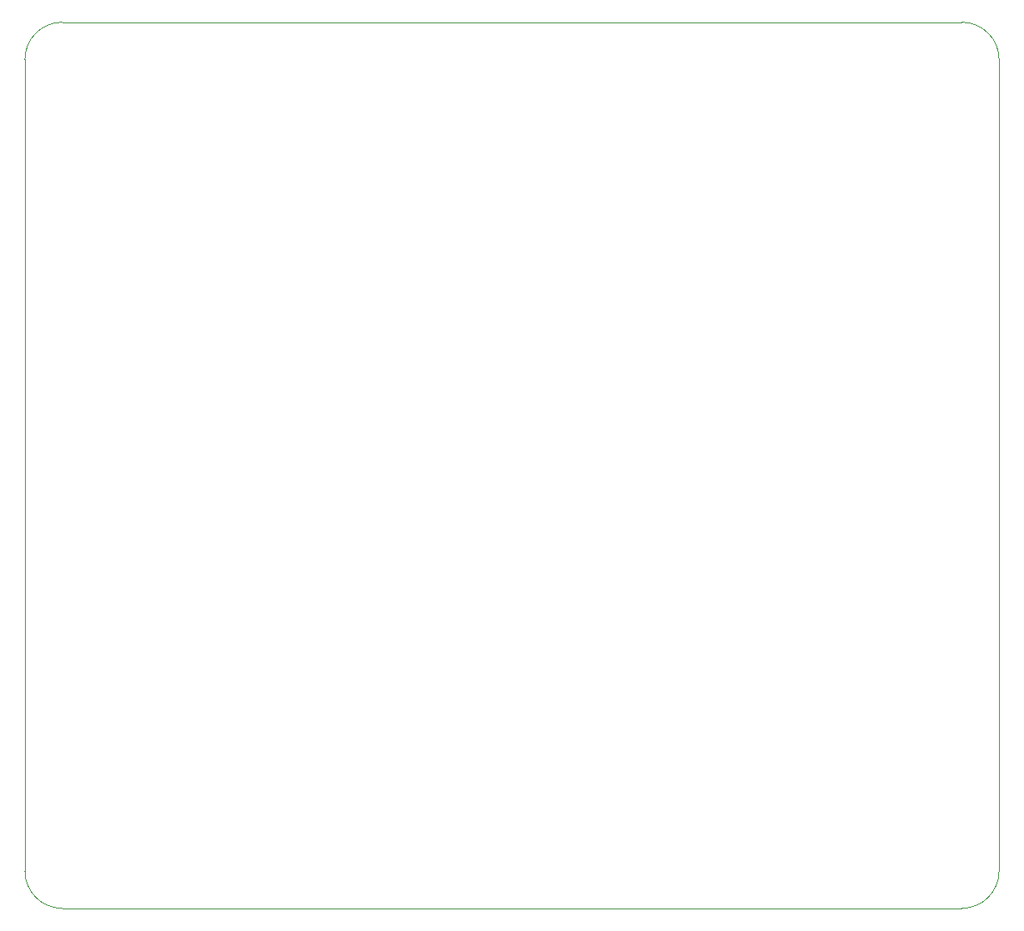
<source format=gm1>
G04 #@! TF.GenerationSoftware,KiCad,Pcbnew,8.0.1*
G04 #@! TF.CreationDate,2024-04-14T14:54:02-03:00*
G04 #@! TF.ProjectId,Shield STM32 Bluepill,53686965-6c64-4205-9354-4d333220426c,0.0*
G04 #@! TF.SameCoordinates,Original*
G04 #@! TF.FileFunction,Profile,NP*
%FSLAX46Y46*%
G04 Gerber Fmt 4.6, Leading zero omitted, Abs format (unit mm)*
G04 Created by KiCad (PCBNEW 8.0.1) date 2024-04-14 14:54:02*
%MOMM*%
%LPD*%
G01*
G04 APERTURE LIST*
G04 #@! TA.AperFunction,Profile*
%ADD10C,0.100000*%
G04 #@! TD*
G04 APERTURE END LIST*
D10*
X210800000Y-26700000D02*
G75*
G02*
X214600000Y-30500000I0J-3800000D01*
G01*
X214600000Y-113000000D02*
G75*
G02*
X210800000Y-116800000I-3800000J0D01*
G01*
X119400000Y-116800000D02*
G75*
G02*
X115600000Y-113000000I0J3800000D01*
G01*
X119400000Y-116800000D02*
X210800000Y-116800000D01*
X115600000Y-30500000D02*
X115600000Y-113000000D01*
X115600000Y-30500000D02*
G75*
G02*
X119400000Y-26700000I3800000J0D01*
G01*
X210800000Y-26700000D02*
X119400000Y-26700000D01*
X214600000Y-113000000D02*
X214600000Y-30500000D01*
M02*

</source>
